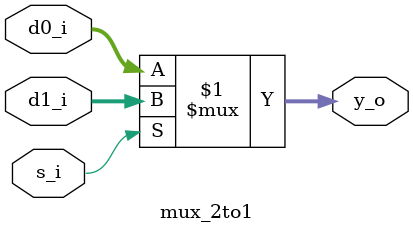
<source format=sv>
module mux_2to1 (
    input       [31:0] d0_i,
    input       [31:0] d1_i,
    input              s_i,
    output wire [31:0] y_o
); //da hal check va khong co loi

  assign y_o = (s_i) ? d1_i : d0_i;

endmodule

</source>
